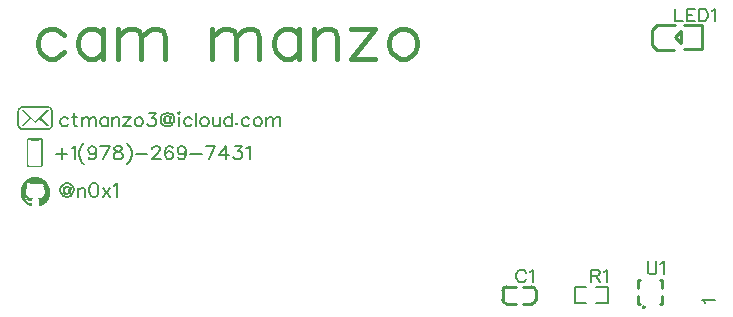
<source format=gto>
G04 Layer: TopSilkscreenLayer*
G04 EasyEDA v6.5.44, 2024-07-31 12:08:04*
G04 6954650e1ca441158a02f330892e30e1,656c5020d22243dfa845eb86cb698064,10*
G04 Gerber Generator version 0.2*
G04 Scale: 100 percent, Rotated: No, Reflected: No *
G04 Dimensions in millimeters *
G04 leading zeros omitted , absolute positions ,4 integer and 5 decimal *
%FSLAX45Y45*%
%MOMM*%

%ADD10C,0.4000*%
%ADD11C,0.1500*%
%ADD12C,0.1524*%
%ADD13C,0.2540*%

%LPD*%
G36*
X323596Y-1498447D02*
G01*
X313131Y-1498854D01*
X307492Y-1499311D01*
X299669Y-1500479D01*
X287121Y-1503324D01*
X275132Y-1507642D01*
X268173Y-1510792D01*
X259994Y-1515211D01*
X252425Y-1520037D01*
X246430Y-1524406D01*
X238709Y-1530858D01*
X233578Y-1535887D01*
X227888Y-1542084D01*
X222605Y-1548638D01*
X218846Y-1554022D01*
X213410Y-1562862D01*
X210362Y-1568602D01*
X207721Y-1574342D01*
X205181Y-1580489D01*
X200914Y-1594104D01*
X199694Y-1599641D01*
X198424Y-1607261D01*
X197205Y-1618386D01*
X196951Y-1618488D01*
X196951Y-1633474D01*
X197205Y-1633524D01*
X198323Y-1645818D01*
X199898Y-1654251D01*
X201371Y-1660702D01*
X203352Y-1667560D01*
X206705Y-1676603D01*
X210159Y-1684121D01*
X214782Y-1692605D01*
X220370Y-1701292D01*
X225602Y-1708150D01*
X231902Y-1715516D01*
X240995Y-1724406D01*
X246786Y-1729130D01*
X252628Y-1733346D01*
X263652Y-1740103D01*
X275132Y-1745437D01*
X283006Y-1748282D01*
X285496Y-1748485D01*
X287578Y-1747926D01*
X289052Y-1746910D01*
X289915Y-1745843D01*
X290576Y-1744573D01*
X291084Y-1742186D01*
X290779Y-1718411D01*
X290474Y-1718208D01*
X287223Y-1718818D01*
X282346Y-1719376D01*
X276352Y-1719376D01*
X270967Y-1718919D01*
X263550Y-1717446D01*
X260959Y-1716430D01*
X258267Y-1714957D01*
X255625Y-1713026D01*
X253441Y-1711096D01*
X250698Y-1707286D01*
X245617Y-1696364D01*
X241808Y-1690522D01*
X238252Y-1686560D01*
X236423Y-1685137D01*
X234594Y-1684121D01*
X233324Y-1683105D01*
X231140Y-1680870D01*
X230174Y-1679193D01*
X230174Y-1678025D01*
X231140Y-1677162D01*
X232765Y-1676603D01*
X236067Y-1676501D01*
X240131Y-1677416D01*
X241909Y-1678025D01*
X246583Y-1680667D01*
X249275Y-1682750D01*
X252933Y-1686712D01*
X257403Y-1693570D01*
X259181Y-1695856D01*
X261874Y-1698498D01*
X263855Y-1700072D01*
X268020Y-1702257D01*
X272084Y-1703578D01*
X279349Y-1703527D01*
X283616Y-1702917D01*
X288391Y-1701546D01*
X291134Y-1700326D01*
X292201Y-1695450D01*
X293725Y-1690827D01*
X295554Y-1687525D01*
X298907Y-1683410D01*
X298754Y-1683004D01*
X291388Y-1682038D01*
X285191Y-1680768D01*
X279501Y-1679143D01*
X275082Y-1677517D01*
X267919Y-1674012D01*
X264261Y-1671777D01*
X260756Y-1669186D01*
X255727Y-1664462D01*
X251866Y-1659331D01*
X248310Y-1652320D01*
X246176Y-1646682D01*
X244246Y-1639773D01*
X242824Y-1631188D01*
X242214Y-1619808D01*
X242468Y-1613763D01*
X242722Y-1612900D01*
X242874Y-1610766D01*
X244805Y-1602892D01*
X245313Y-1601876D01*
X245313Y-1601470D01*
X247599Y-1596288D01*
X249783Y-1592478D01*
X251866Y-1589481D01*
X254914Y-1585722D01*
X254558Y-1583842D01*
X253644Y-1581099D01*
X252628Y-1575663D01*
X252374Y-1568958D01*
X252628Y-1565097D01*
X254558Y-1556054D01*
X256082Y-1551686D01*
X256692Y-1551432D01*
X258978Y-1551127D01*
X262686Y-1551432D01*
X266496Y-1552397D01*
X274675Y-1555699D01*
X281838Y-1559153D01*
X290017Y-1564335D01*
X290931Y-1564640D01*
X300431Y-1562404D01*
X306527Y-1561388D01*
X315569Y-1560474D01*
X328371Y-1560474D01*
X339801Y-1561795D01*
X348030Y-1563420D01*
X352602Y-1564538D01*
X353415Y-1564487D01*
X358140Y-1561490D01*
X366826Y-1556613D01*
X376986Y-1552397D01*
X382117Y-1551279D01*
X384098Y-1551076D01*
X387248Y-1551381D01*
X387858Y-1552143D01*
X387858Y-1552651D01*
X390398Y-1560779D01*
X391007Y-1564233D01*
X391566Y-1571599D01*
X391160Y-1577035D01*
X390296Y-1581099D01*
X388975Y-1584960D01*
X388975Y-1585722D01*
X392379Y-1589938D01*
X394462Y-1592986D01*
X396392Y-1596440D01*
X399084Y-1602892D01*
X400761Y-1609496D01*
X401523Y-1614881D01*
X401675Y-1620621D01*
X401421Y-1628292D01*
X400761Y-1633931D01*
X399846Y-1639265D01*
X397764Y-1646783D01*
X395681Y-1652320D01*
X392226Y-1659077D01*
X389737Y-1662582D01*
X385673Y-1666900D01*
X381050Y-1670710D01*
X377240Y-1673199D01*
X371195Y-1676400D01*
X365556Y-1678787D01*
X359054Y-1680616D01*
X353314Y-1681886D01*
X344982Y-1683105D01*
X344881Y-1683410D01*
X347522Y-1686458D01*
X349758Y-1690014D01*
X351231Y-1693621D01*
X352602Y-1699971D01*
X353009Y-1703832D01*
X353161Y-1743760D01*
X354228Y-1746046D01*
X356412Y-1747977D01*
X358597Y-1748485D01*
X360934Y-1748282D01*
X368757Y-1745437D01*
X373227Y-1743506D01*
X380238Y-1740103D01*
X385521Y-1737055D01*
X389890Y-1734261D01*
X397713Y-1728622D01*
X402894Y-1724456D01*
X410209Y-1717446D01*
X417017Y-1709826D01*
X422960Y-1702104D01*
X429412Y-1692097D01*
X433781Y-1684274D01*
X437184Y-1676603D01*
X440283Y-1668221D01*
X442315Y-1661515D01*
X444042Y-1654860D01*
X445262Y-1648155D01*
X446328Y-1639163D01*
X446684Y-1633270D01*
X446938Y-1633220D01*
X446938Y-1618488D01*
X446735Y-1618386D01*
X445516Y-1607261D01*
X444754Y-1602232D01*
X443433Y-1595983D01*
X441706Y-1589582D01*
X439420Y-1582470D01*
X437184Y-1576578D01*
X433476Y-1568450D01*
X430123Y-1562150D01*
X425043Y-1554022D01*
X421640Y-1549095D01*
X413004Y-1538681D01*
X407568Y-1533144D01*
X400050Y-1526438D01*
X395020Y-1522526D01*
X385775Y-1516329D01*
X381000Y-1513586D01*
X372821Y-1509420D01*
X364032Y-1505813D01*
X356819Y-1503324D01*
X346811Y-1500886D01*
X339293Y-1499666D01*
X333908Y-1499057D01*
G37*
G36*
X217830Y-901547D02*
G01*
X211582Y-902106D01*
X204470Y-903478D01*
X195986Y-906678D01*
X188163Y-911402D01*
X185877Y-913282D01*
X181457Y-917498D01*
X178917Y-920445D01*
X176326Y-924356D01*
X174244Y-928420D01*
X172872Y-931671D01*
X170789Y-940104D01*
X170789Y-1061618D01*
X184962Y-1061618D01*
X184962Y-941476D01*
X185877Y-937056D01*
X187248Y-933297D01*
X188874Y-929944D01*
X192379Y-925321D01*
X196799Y-921359D01*
X199898Y-919276D01*
X202996Y-917549D01*
X208686Y-915466D01*
X212039Y-914704D01*
X216306Y-914247D01*
X426262Y-914196D01*
X432917Y-915466D01*
X438607Y-917549D01*
X443585Y-920546D01*
X446836Y-923036D01*
X449224Y-925271D01*
X452678Y-929944D01*
X455066Y-935075D01*
X455980Y-938174D01*
X456590Y-941476D01*
X456590Y-1061618D01*
X455523Y-1066444D01*
X452678Y-1073099D01*
X449224Y-1077772D01*
X446836Y-1080008D01*
X441299Y-1084021D01*
X438607Y-1085494D01*
X431241Y-1087983D01*
X425907Y-1088847D01*
X215646Y-1088847D01*
X212039Y-1088339D01*
X208686Y-1087577D01*
X202996Y-1085494D01*
X199898Y-1083767D01*
X196799Y-1081684D01*
X192379Y-1077772D01*
X188874Y-1073099D01*
X186740Y-1068425D01*
X185877Y-1065987D01*
X184962Y-1061618D01*
X170789Y-1061618D01*
X170789Y-1062939D01*
X172872Y-1071372D01*
X174244Y-1074623D01*
X176326Y-1078738D01*
X178917Y-1082649D01*
X182829Y-1086916D01*
X188163Y-1091692D01*
X195986Y-1096416D01*
X204470Y-1099566D01*
X209143Y-1100632D01*
X213969Y-1101242D01*
X218643Y-1101547D01*
X422909Y-1101547D01*
X427583Y-1101242D01*
X432460Y-1100632D01*
X437083Y-1099566D01*
X445516Y-1096467D01*
X451612Y-1092860D01*
X454659Y-1090676D01*
X458724Y-1086916D01*
X462635Y-1082649D01*
X465226Y-1078738D01*
X467359Y-1074623D01*
X468731Y-1071372D01*
X470814Y-1062939D01*
X470814Y-940104D01*
X468731Y-931671D01*
X467359Y-928420D01*
X465226Y-924356D01*
X462635Y-920445D01*
X459790Y-917143D01*
X456133Y-913587D01*
X453237Y-911199D01*
X445516Y-906627D01*
X437083Y-903478D01*
X432460Y-902462D01*
X427583Y-901852D01*
X422909Y-901547D01*
G37*
G36*
X212496Y-934008D02*
G01*
X210261Y-934618D01*
X208127Y-935786D01*
X207060Y-936701D01*
X206044Y-938072D01*
X205384Y-940409D01*
X205689Y-942390D01*
X206654Y-943965D01*
X275132Y-1003553D01*
X275437Y-1004062D01*
X275234Y-1004569D01*
X208584Y-1060653D01*
X206705Y-1062939D01*
X206400Y-1065174D01*
X206959Y-1067257D01*
X207517Y-1068273D01*
X208534Y-1069492D01*
X211074Y-1070914D01*
X213410Y-1071626D01*
X216052Y-1071321D01*
X219202Y-1069594D01*
X285953Y-1013358D01*
X286664Y-1013358D01*
X315722Y-1038606D01*
X318109Y-1040028D01*
X320040Y-1040384D01*
X322732Y-1040231D01*
X323951Y-1039774D01*
X325882Y-1038606D01*
X354939Y-1013409D01*
X355854Y-1013104D01*
X373583Y-1027785D01*
X423062Y-1069594D01*
X426161Y-1071321D01*
X428650Y-1071575D01*
X430326Y-1071168D01*
X432104Y-1070457D01*
X433781Y-1069289D01*
X435356Y-1067257D01*
X435813Y-1065225D01*
X435406Y-1063040D01*
X433730Y-1060704D01*
X366776Y-1004417D01*
X366471Y-1003757D01*
X366776Y-1003249D01*
X434949Y-943965D01*
X436067Y-941984D01*
X436067Y-939698D01*
X435406Y-937818D01*
X433527Y-935786D01*
X431292Y-934567D01*
X429006Y-934008D01*
X426770Y-934212D01*
X425602Y-934669D01*
X422960Y-936498D01*
X321310Y-1024483D01*
X320294Y-1024483D01*
X218592Y-936447D01*
X215798Y-934567D01*
X214325Y-934161D01*
G37*
G36*
X364185Y-1170381D02*
G01*
X270154Y-1170432D01*
X266598Y-1170838D01*
X262585Y-1172057D01*
X259079Y-1174140D01*
X255930Y-1176782D01*
X253644Y-1179423D01*
X251206Y-1183640D01*
X250240Y-1187246D01*
X249783Y-1191463D01*
X249818Y-1399692D01*
X263702Y-1399692D01*
X263702Y-1191158D01*
X264718Y-1187551D01*
X266852Y-1185468D01*
X268376Y-1184706D01*
X270154Y-1184300D01*
X281127Y-1184300D01*
X281482Y-1184656D01*
X282600Y-1189228D01*
X284124Y-1192022D01*
X286004Y-1194308D01*
X288239Y-1196136D01*
X291947Y-1197254D01*
X342900Y-1197254D01*
X346608Y-1196136D01*
X348843Y-1194308D01*
X350723Y-1192022D01*
X352247Y-1189228D01*
X353415Y-1184656D01*
X353720Y-1184300D01*
X364591Y-1184300D01*
X366522Y-1184706D01*
X367944Y-1185418D01*
X369874Y-1187196D01*
X370636Y-1188770D01*
X371297Y-1191310D01*
X371297Y-1399438D01*
X370738Y-1401876D01*
X369925Y-1403451D01*
X368300Y-1405178D01*
X366522Y-1406093D01*
X364591Y-1406499D01*
X270306Y-1406499D01*
X268325Y-1406093D01*
X266598Y-1405178D01*
X264922Y-1403451D01*
X264109Y-1401826D01*
X263702Y-1399692D01*
X249818Y-1399692D01*
X250240Y-1403502D01*
X251206Y-1407109D01*
X253644Y-1411427D01*
X255828Y-1414018D01*
X259232Y-1416862D01*
X262585Y-1418742D01*
X266547Y-1419961D01*
X270662Y-1420418D01*
X364185Y-1420418D01*
X368300Y-1419961D01*
X372262Y-1418742D01*
X375666Y-1416862D01*
X379069Y-1414018D01*
X381457Y-1411173D01*
X383540Y-1407464D01*
X384657Y-1403502D01*
X385216Y-1399387D01*
X385216Y-1191412D01*
X384657Y-1187145D01*
X383540Y-1183386D01*
X381660Y-1179830D01*
X379018Y-1176832D01*
X375818Y-1174140D01*
X372313Y-1172057D01*
X368300Y-1170838D01*
G37*
D10*
X561086Y-298957D02*
G01*
X524763Y-262636D01*
X488442Y-244347D01*
X433831Y-244347D01*
X397510Y-262636D01*
X361187Y-298957D01*
X342900Y-353313D01*
X342900Y-389889D01*
X361187Y-444245D01*
X397510Y-480821D01*
X433831Y-498855D01*
X488442Y-498855D01*
X524763Y-480821D01*
X561086Y-444245D01*
X899160Y-244347D02*
G01*
X899160Y-498855D01*
X899160Y-298957D02*
G01*
X862837Y-262636D01*
X826515Y-244347D01*
X771905Y-244347D01*
X735584Y-262636D01*
X699262Y-298957D01*
X680973Y-353313D01*
X680973Y-389889D01*
X699262Y-444245D01*
X735584Y-480821D01*
X771905Y-498855D01*
X826515Y-498855D01*
X862837Y-480821D01*
X899160Y-444245D01*
X1019302Y-244347D02*
G01*
X1019302Y-498855D01*
X1019302Y-316992D02*
G01*
X1073912Y-262636D01*
X1110234Y-244347D01*
X1164589Y-244347D01*
X1201165Y-262636D01*
X1219200Y-316992D01*
X1219200Y-498855D01*
X1219200Y-316992D02*
G01*
X1273810Y-262636D01*
X1310131Y-244347D01*
X1364742Y-244347D01*
X1401063Y-262636D01*
X1419352Y-316992D01*
X1419352Y-498855D01*
X1819147Y-244347D02*
G01*
X1819147Y-498855D01*
X1819147Y-316992D02*
G01*
X1873757Y-262636D01*
X1910079Y-244347D01*
X1964690Y-244347D01*
X2001011Y-262636D01*
X2019300Y-316992D01*
X2019300Y-498855D01*
X2019300Y-316992D02*
G01*
X2073909Y-262636D01*
X2110231Y-244347D01*
X2164588Y-244347D01*
X2201163Y-262636D01*
X2219197Y-316992D01*
X2219197Y-498855D01*
X2557525Y-244347D02*
G01*
X2557525Y-498855D01*
X2557525Y-298957D02*
G01*
X2521204Y-262636D01*
X2484627Y-244347D01*
X2430272Y-244347D01*
X2393695Y-262636D01*
X2357374Y-298957D01*
X2339340Y-353313D01*
X2339340Y-389889D01*
X2357374Y-444245D01*
X2393695Y-480821D01*
X2430272Y-498855D01*
X2484627Y-498855D01*
X2521204Y-480821D01*
X2557525Y-444245D01*
X2677413Y-244347D02*
G01*
X2677413Y-498855D01*
X2677413Y-316992D02*
G01*
X2732024Y-262636D01*
X2768345Y-244347D01*
X2822956Y-244347D01*
X2859277Y-262636D01*
X2877565Y-316992D01*
X2877565Y-498855D01*
X3197352Y-244347D02*
G01*
X2997454Y-498855D01*
X2997454Y-244347D02*
G01*
X3197352Y-244347D01*
X2997454Y-498855D02*
G01*
X3197352Y-498855D01*
X3408425Y-244347D02*
G01*
X3372104Y-262636D01*
X3335527Y-298957D01*
X3317493Y-353313D01*
X3317493Y-389889D01*
X3335527Y-444245D01*
X3372104Y-480821D01*
X3408425Y-498855D01*
X3462781Y-498855D01*
X3499358Y-480821D01*
X3535679Y-444245D01*
X3553713Y-389889D01*
X3553713Y-353313D01*
X3535679Y-298957D01*
X3499358Y-262636D01*
X3462781Y-244347D01*
X3408425Y-244347D01*
D11*
X598931Y-1012952D02*
G01*
X588010Y-1002029D01*
X577087Y-996695D01*
X560578Y-996695D01*
X549655Y-1002029D01*
X538734Y-1012952D01*
X533400Y-1029207D01*
X533400Y-1040129D01*
X538734Y-1056639D01*
X549655Y-1067562D01*
X560578Y-1072895D01*
X577087Y-1072895D01*
X588010Y-1067562D01*
X598931Y-1056639D01*
X651255Y-958342D02*
G01*
X651255Y-1051052D01*
X656589Y-1067562D01*
X667512Y-1072895D01*
X678434Y-1072895D01*
X634745Y-996695D02*
G01*
X673100Y-996695D01*
X714502Y-996695D02*
G01*
X714502Y-1072895D01*
X714502Y-1018286D02*
G01*
X730757Y-1002029D01*
X741679Y-996695D01*
X758189Y-996695D01*
X769112Y-1002029D01*
X774445Y-1018286D01*
X774445Y-1072895D01*
X774445Y-1018286D02*
G01*
X790955Y-1002029D01*
X801878Y-996695D01*
X818134Y-996695D01*
X829055Y-1002029D01*
X834389Y-1018286D01*
X834389Y-1072895D01*
X935989Y-996695D02*
G01*
X935989Y-1072895D01*
X935989Y-1012952D02*
G01*
X925068Y-1002029D01*
X914145Y-996695D01*
X897636Y-996695D01*
X886968Y-1002029D01*
X876045Y-1012952D01*
X870457Y-1029207D01*
X870457Y-1040129D01*
X876045Y-1056639D01*
X886968Y-1067562D01*
X897636Y-1072895D01*
X914145Y-1072895D01*
X925068Y-1067562D01*
X935989Y-1056639D01*
X972057Y-996695D02*
G01*
X972057Y-1072895D01*
X972057Y-1018286D02*
G01*
X988313Y-1002029D01*
X999236Y-996695D01*
X1015492Y-996695D01*
X1026413Y-1002029D01*
X1032002Y-1018286D01*
X1032002Y-1072895D01*
X1128013Y-996695D02*
G01*
X1068070Y-1072895D01*
X1068070Y-996695D02*
G01*
X1128013Y-996695D01*
X1068070Y-1072895D02*
G01*
X1128013Y-1072895D01*
X1191260Y-996695D02*
G01*
X1180337Y-1002029D01*
X1169415Y-1012952D01*
X1163828Y-1029207D01*
X1163828Y-1040129D01*
X1169415Y-1056639D01*
X1180337Y-1067562D01*
X1191260Y-1072895D01*
X1207515Y-1072895D01*
X1218437Y-1067562D01*
X1229360Y-1056639D01*
X1234947Y-1040129D01*
X1234947Y-1029207D01*
X1229360Y-1012952D01*
X1218437Y-1002029D01*
X1207515Y-996695D01*
X1191260Y-996695D01*
X1281684Y-958342D02*
G01*
X1341881Y-958342D01*
X1309115Y-1002029D01*
X1325371Y-1002029D01*
X1336294Y-1007618D01*
X1341881Y-1012952D01*
X1347215Y-1029207D01*
X1347215Y-1040129D01*
X1341881Y-1056639D01*
X1330960Y-1067562D01*
X1314450Y-1072895D01*
X1298194Y-1072895D01*
X1281684Y-1067562D01*
X1276350Y-1061973D01*
X1270762Y-1051052D01*
X1465071Y-1002029D02*
G01*
X1459484Y-991107D01*
X1448562Y-985773D01*
X1432305Y-985773D01*
X1421384Y-991107D01*
X1416050Y-996695D01*
X1410462Y-1012952D01*
X1410462Y-1029207D01*
X1416050Y-1040129D01*
X1426971Y-1045718D01*
X1443228Y-1045718D01*
X1454150Y-1040129D01*
X1459484Y-1029207D01*
X1432305Y-985773D02*
G01*
X1421384Y-996695D01*
X1416050Y-1012952D01*
X1416050Y-1029207D01*
X1421384Y-1040129D01*
X1426971Y-1045718D01*
X1465071Y-985773D02*
G01*
X1459484Y-1029207D01*
X1459484Y-1040129D01*
X1470405Y-1045718D01*
X1481328Y-1045718D01*
X1492250Y-1034795D01*
X1497837Y-1018286D01*
X1497837Y-1007618D01*
X1492250Y-991107D01*
X1486915Y-980186D01*
X1475994Y-969263D01*
X1465071Y-963929D01*
X1448562Y-958342D01*
X1432305Y-958342D01*
X1416050Y-963929D01*
X1405128Y-969263D01*
X1394205Y-980186D01*
X1388618Y-991107D01*
X1383284Y-1007618D01*
X1383284Y-1023873D01*
X1388618Y-1040129D01*
X1394205Y-1051052D01*
X1405128Y-1061973D01*
X1416050Y-1067562D01*
X1432305Y-1072895D01*
X1448562Y-1072895D01*
X1465071Y-1067562D01*
X1475994Y-1061973D01*
X1481328Y-1056639D01*
X1470405Y-985773D02*
G01*
X1465071Y-1029207D01*
X1465071Y-1040129D01*
X1470405Y-1045718D01*
X1533652Y-958342D02*
G01*
X1539239Y-963929D01*
X1544573Y-958342D01*
X1539239Y-953007D01*
X1533652Y-958342D01*
X1539239Y-996695D02*
G01*
X1539239Y-1072895D01*
X1646173Y-1012952D02*
G01*
X1635252Y-1002029D01*
X1624329Y-996695D01*
X1607820Y-996695D01*
X1597152Y-1002029D01*
X1586229Y-1012952D01*
X1580642Y-1029207D01*
X1580642Y-1040129D01*
X1586229Y-1056639D01*
X1597152Y-1067562D01*
X1607820Y-1072895D01*
X1624329Y-1072895D01*
X1635252Y-1067562D01*
X1646173Y-1056639D01*
X1682242Y-958342D02*
G01*
X1682242Y-1072895D01*
X1745487Y-996695D02*
G01*
X1734565Y-1002029D01*
X1723644Y-1012952D01*
X1718055Y-1029207D01*
X1718055Y-1040129D01*
X1723644Y-1056639D01*
X1734565Y-1067562D01*
X1745487Y-1072895D01*
X1761744Y-1072895D01*
X1772665Y-1067562D01*
X1783587Y-1056639D01*
X1788921Y-1040129D01*
X1788921Y-1029207D01*
X1783587Y-1012952D01*
X1772665Y-1002029D01*
X1761744Y-996695D01*
X1745487Y-996695D01*
X1824989Y-996695D02*
G01*
X1824989Y-1051052D01*
X1830578Y-1067562D01*
X1841500Y-1072895D01*
X1857755Y-1072895D01*
X1868678Y-1067562D01*
X1884934Y-1051052D01*
X1884934Y-996695D02*
G01*
X1884934Y-1072895D01*
X1986534Y-958342D02*
G01*
X1986534Y-1072895D01*
X1986534Y-1012952D02*
G01*
X1975611Y-1002029D01*
X1964690Y-996695D01*
X1948179Y-996695D01*
X1937511Y-1002029D01*
X1926589Y-1012952D01*
X1921002Y-1029207D01*
X1921002Y-1040129D01*
X1926589Y-1056639D01*
X1937511Y-1067562D01*
X1948179Y-1072895D01*
X1964690Y-1072895D01*
X1975611Y-1067562D01*
X1986534Y-1056639D01*
X2027936Y-1045718D02*
G01*
X2022602Y-1051052D01*
X2027936Y-1056639D01*
X2033524Y-1051052D01*
X2027936Y-1045718D01*
X2134870Y-1012952D02*
G01*
X2123947Y-1002029D01*
X2113025Y-996695D01*
X2096770Y-996695D01*
X2085847Y-1002029D01*
X2074925Y-1012952D01*
X2069338Y-1029207D01*
X2069338Y-1040129D01*
X2074925Y-1056639D01*
X2085847Y-1067562D01*
X2096770Y-1072895D01*
X2113025Y-1072895D01*
X2123947Y-1067562D01*
X2134870Y-1056639D01*
X2198115Y-996695D02*
G01*
X2187193Y-1002029D01*
X2176272Y-1012952D01*
X2170938Y-1029207D01*
X2170938Y-1040129D01*
X2176272Y-1056639D01*
X2187193Y-1067562D01*
X2198115Y-1072895D01*
X2214372Y-1072895D01*
X2225293Y-1067562D01*
X2236215Y-1056639D01*
X2241804Y-1040129D01*
X2241804Y-1029207D01*
X2236215Y-1012952D01*
X2225293Y-1002029D01*
X2214372Y-996695D01*
X2198115Y-996695D01*
X2277872Y-996695D02*
G01*
X2277872Y-1072895D01*
X2277872Y-1018286D02*
G01*
X2294127Y-1002029D01*
X2305050Y-996695D01*
X2321306Y-996695D01*
X2332227Y-1002029D01*
X2337815Y-1018286D01*
X2337815Y-1072895D01*
X2337815Y-1018286D02*
G01*
X2354072Y-1002029D01*
X2364993Y-996695D01*
X2381504Y-996695D01*
X2392425Y-1002029D01*
X2397759Y-1018286D01*
X2397759Y-1072895D01*
X615187Y-1598929D02*
G01*
X609854Y-1588007D01*
X598931Y-1582673D01*
X582421Y-1582673D01*
X571500Y-1588007D01*
X566165Y-1593595D01*
X560578Y-1609852D01*
X560578Y-1626107D01*
X566165Y-1637029D01*
X577087Y-1642618D01*
X593344Y-1642618D01*
X604265Y-1637029D01*
X609854Y-1626107D01*
X582421Y-1582673D02*
G01*
X571500Y-1593595D01*
X566165Y-1609852D01*
X566165Y-1626107D01*
X571500Y-1637029D01*
X577087Y-1642618D01*
X615187Y-1582673D02*
G01*
X609854Y-1626107D01*
X609854Y-1637029D01*
X620776Y-1642618D01*
X631697Y-1642618D01*
X642365Y-1631695D01*
X647954Y-1615186D01*
X647954Y-1604518D01*
X642365Y-1588007D01*
X637031Y-1577086D01*
X626110Y-1566163D01*
X615187Y-1560829D01*
X598931Y-1555242D01*
X582421Y-1555242D01*
X566165Y-1560829D01*
X555244Y-1566163D01*
X544321Y-1577086D01*
X538734Y-1588007D01*
X533400Y-1604518D01*
X533400Y-1620773D01*
X538734Y-1637029D01*
X544321Y-1647952D01*
X555244Y-1658873D01*
X566165Y-1664462D01*
X582421Y-1669795D01*
X598931Y-1669795D01*
X615187Y-1664462D01*
X626110Y-1658873D01*
X631697Y-1653539D01*
X620776Y-1582673D02*
G01*
X615187Y-1626107D01*
X615187Y-1637029D01*
X620776Y-1642618D01*
X684021Y-1593595D02*
G01*
X684021Y-1669795D01*
X684021Y-1615186D02*
G01*
X700278Y-1598929D01*
X711200Y-1593595D01*
X727455Y-1593595D01*
X738378Y-1598929D01*
X743965Y-1615186D01*
X743965Y-1669795D01*
X812545Y-1555242D02*
G01*
X796289Y-1560829D01*
X785368Y-1577086D01*
X780034Y-1604518D01*
X780034Y-1620773D01*
X785368Y-1647952D01*
X796289Y-1664462D01*
X812545Y-1669795D01*
X823468Y-1669795D01*
X839978Y-1664462D01*
X850900Y-1647952D01*
X856234Y-1620773D01*
X856234Y-1604518D01*
X850900Y-1577086D01*
X839978Y-1560829D01*
X823468Y-1555242D01*
X812545Y-1555242D01*
X892302Y-1593595D02*
G01*
X952245Y-1669795D01*
X952245Y-1593595D02*
G01*
X892302Y-1669795D01*
X988313Y-1577086D02*
G01*
X999236Y-1571752D01*
X1015492Y-1555242D01*
X1015492Y-1669795D01*
X544321Y-1254252D02*
G01*
X544321Y-1352295D01*
X495300Y-1303273D02*
G01*
X593597Y-1303273D01*
X629412Y-1259586D02*
G01*
X640334Y-1254252D01*
X656844Y-1237742D01*
X656844Y-1352295D01*
X731012Y-1215897D02*
G01*
X720089Y-1226820D01*
X709168Y-1243329D01*
X698245Y-1265173D01*
X692657Y-1292352D01*
X692657Y-1314195D01*
X698245Y-1341373D01*
X709168Y-1363218D01*
X720089Y-1379728D01*
X731012Y-1390650D01*
X837945Y-1276095D02*
G01*
X832357Y-1292352D01*
X821436Y-1303273D01*
X805179Y-1308607D01*
X799592Y-1308607D01*
X783336Y-1303273D01*
X772413Y-1292352D01*
X766826Y-1276095D01*
X766826Y-1270507D01*
X772413Y-1254252D01*
X783336Y-1243329D01*
X799592Y-1237742D01*
X805179Y-1237742D01*
X821436Y-1243329D01*
X832357Y-1254252D01*
X837945Y-1276095D01*
X837945Y-1303273D01*
X832357Y-1330452D01*
X821436Y-1346962D01*
X805179Y-1352295D01*
X794257Y-1352295D01*
X777747Y-1346962D01*
X772413Y-1336039D01*
X950213Y-1237742D02*
G01*
X895604Y-1352295D01*
X873760Y-1237742D02*
G01*
X950213Y-1237742D01*
X1013460Y-1237742D02*
G01*
X997204Y-1243329D01*
X991615Y-1254252D01*
X991615Y-1265173D01*
X997204Y-1276095D01*
X1008126Y-1281429D01*
X1029970Y-1287018D01*
X1046226Y-1292352D01*
X1057147Y-1303273D01*
X1062481Y-1314195D01*
X1062481Y-1330452D01*
X1057147Y-1341373D01*
X1051560Y-1346962D01*
X1035304Y-1352295D01*
X1013460Y-1352295D01*
X997204Y-1346962D01*
X991615Y-1341373D01*
X986281Y-1330452D01*
X986281Y-1314195D01*
X991615Y-1303273D01*
X1002537Y-1292352D01*
X1019047Y-1287018D01*
X1040637Y-1281429D01*
X1051560Y-1276095D01*
X1057147Y-1265173D01*
X1057147Y-1254252D01*
X1051560Y-1243329D01*
X1035304Y-1237742D01*
X1013460Y-1237742D01*
X1098550Y-1215897D02*
G01*
X1109471Y-1226820D01*
X1120394Y-1243329D01*
X1131315Y-1265173D01*
X1136650Y-1292352D01*
X1136650Y-1314195D01*
X1131315Y-1341373D01*
X1120394Y-1363218D01*
X1109471Y-1379728D01*
X1098550Y-1390650D01*
X1172718Y-1303273D02*
G01*
X1271015Y-1303273D01*
X1312418Y-1265173D02*
G01*
X1312418Y-1259586D01*
X1317752Y-1248663D01*
X1323339Y-1243329D01*
X1334262Y-1237742D01*
X1356105Y-1237742D01*
X1367028Y-1243329D01*
X1372362Y-1248663D01*
X1377950Y-1259586D01*
X1377950Y-1270507D01*
X1372362Y-1281429D01*
X1361439Y-1297686D01*
X1306829Y-1352295D01*
X1383284Y-1352295D01*
X1484629Y-1254252D02*
G01*
X1479295Y-1243329D01*
X1463039Y-1237742D01*
X1452118Y-1237742D01*
X1435607Y-1243329D01*
X1424686Y-1259586D01*
X1419352Y-1287018D01*
X1419352Y-1314195D01*
X1424686Y-1336039D01*
X1435607Y-1346962D01*
X1452118Y-1352295D01*
X1457452Y-1352295D01*
X1473962Y-1346962D01*
X1484629Y-1336039D01*
X1490218Y-1319529D01*
X1490218Y-1314195D01*
X1484629Y-1297686D01*
X1473962Y-1287018D01*
X1457452Y-1281429D01*
X1452118Y-1281429D01*
X1435607Y-1287018D01*
X1424686Y-1297686D01*
X1419352Y-1314195D01*
X1597152Y-1276095D02*
G01*
X1591563Y-1292352D01*
X1580642Y-1303273D01*
X1564386Y-1308607D01*
X1559052Y-1308607D01*
X1542542Y-1303273D01*
X1531620Y-1292352D01*
X1526286Y-1276095D01*
X1526286Y-1270507D01*
X1531620Y-1254252D01*
X1542542Y-1243329D01*
X1559052Y-1237742D01*
X1564386Y-1237742D01*
X1580642Y-1243329D01*
X1591563Y-1254252D01*
X1597152Y-1276095D01*
X1597152Y-1303273D01*
X1591563Y-1330452D01*
X1580642Y-1346962D01*
X1564386Y-1352295D01*
X1553463Y-1352295D01*
X1537207Y-1346962D01*
X1531620Y-1336039D01*
X1633220Y-1303273D02*
G01*
X1731263Y-1303273D01*
X1843786Y-1237742D02*
G01*
X1789176Y-1352295D01*
X1767331Y-1237742D02*
G01*
X1843786Y-1237742D01*
X1934209Y-1237742D02*
G01*
X1879600Y-1314195D01*
X1961388Y-1314195D01*
X1934209Y-1237742D02*
G01*
X1934209Y-1352295D01*
X2008377Y-1237742D02*
G01*
X2068322Y-1237742D01*
X2035556Y-1281429D01*
X2052065Y-1281429D01*
X2062988Y-1287018D01*
X2068322Y-1292352D01*
X2073909Y-1308607D01*
X2073909Y-1319529D01*
X2068322Y-1336039D01*
X2057400Y-1346962D01*
X2041143Y-1352295D01*
X2024634Y-1352295D01*
X2008377Y-1346962D01*
X2003043Y-1341373D01*
X1997456Y-1330452D01*
X2109724Y-1259586D02*
G01*
X2120645Y-1254252D01*
X2137156Y-1237742D01*
X2137156Y-1352295D01*
D12*
X5988811Y-2565400D02*
G01*
X5983477Y-2554986D01*
X5967984Y-2539492D01*
X6076950Y-2539492D01*
X4472177Y-2310892D02*
G01*
X4466843Y-2300478D01*
X4456429Y-2290063D01*
X4446270Y-2284984D01*
X4425441Y-2284984D01*
X4415027Y-2290063D01*
X4404613Y-2300478D01*
X4399279Y-2310892D01*
X4394200Y-2326639D01*
X4394200Y-2352547D01*
X4399279Y-2368042D01*
X4404613Y-2378455D01*
X4415027Y-2388870D01*
X4425441Y-2393950D01*
X4446270Y-2393950D01*
X4456429Y-2388870D01*
X4466843Y-2378455D01*
X4472177Y-2368042D01*
X4506468Y-2305812D02*
G01*
X4516881Y-2300478D01*
X4532375Y-2284984D01*
X4532375Y-2393950D01*
X5742050Y-75311D02*
G01*
X5742050Y-184277D01*
X5742050Y-184277D02*
G01*
X5804281Y-184277D01*
X5838570Y-75311D02*
G01*
X5838570Y-184277D01*
X5838570Y-75311D02*
G01*
X5906134Y-75311D01*
X5838570Y-127127D02*
G01*
X5880227Y-127127D01*
X5838570Y-184277D02*
G01*
X5906134Y-184277D01*
X5940425Y-75311D02*
G01*
X5940425Y-184277D01*
X5940425Y-75311D02*
G01*
X5977000Y-75311D01*
X5992495Y-80390D01*
X6002909Y-90804D01*
X6007988Y-101219D01*
X6013322Y-116967D01*
X6013322Y-142875D01*
X6007988Y-158369D01*
X6002909Y-168782D01*
X5992495Y-179196D01*
X5977000Y-184277D01*
X5940425Y-184277D01*
X6047613Y-96138D02*
G01*
X6058027Y-90804D01*
X6073520Y-75311D01*
X6073520Y-184277D01*
X5029200Y-2284984D02*
G01*
X5029200Y-2393950D01*
X5029200Y-2284984D02*
G01*
X5075936Y-2284984D01*
X5091429Y-2290063D01*
X5096763Y-2295397D01*
X5101843Y-2305812D01*
X5101843Y-2316226D01*
X5096763Y-2326639D01*
X5091429Y-2331720D01*
X5075936Y-2336800D01*
X5029200Y-2336800D01*
X5065522Y-2336800D02*
G01*
X5101843Y-2393950D01*
X5136134Y-2305812D02*
G01*
X5146547Y-2300478D01*
X5162295Y-2284984D01*
X5162295Y-2393950D01*
X5507840Y-2216256D02*
G01*
X5507840Y-2294234D01*
X5512920Y-2309728D01*
X5523334Y-2320142D01*
X5539082Y-2325222D01*
X5549496Y-2325222D01*
X5564990Y-2320142D01*
X5575404Y-2309728D01*
X5580484Y-2294234D01*
X5580484Y-2216256D01*
X5614774Y-2237084D02*
G01*
X5625188Y-2231750D01*
X5640936Y-2216256D01*
X5640936Y-2325222D01*
D13*
X4558601Y-2461922D02*
G01*
X4558601Y-2541925D01*
X4447626Y-2430937D02*
G01*
X4527623Y-2430937D01*
X4447626Y-2572903D02*
G01*
X4527623Y-2572903D01*
X4390036Y-2430355D02*
G01*
X4310037Y-2430355D01*
X4279054Y-2461338D02*
G01*
X4279054Y-2541336D01*
X4390036Y-2572316D02*
G01*
X4310037Y-2572316D01*
X5785799Y-267500D02*
G01*
X5745800Y-307500D01*
X5735800Y-317500D01*
X5745800Y-327525D01*
X5785799Y-367525D01*
X5785799Y-267500D02*
G01*
X5785799Y-367525D01*
X5810122Y-419227D02*
G01*
X5965063Y-419227D01*
X5965063Y-216027D01*
X5810122Y-216027D01*
X5731383Y-421767D02*
G01*
X5584063Y-421767D01*
X5543422Y-381127D01*
X5543422Y-254127D01*
X5581522Y-216027D01*
X5733922Y-216027D01*
D12*
X5071821Y-2567960D02*
G01*
X5167708Y-2567960D01*
X5167708Y-2435839D01*
X5071821Y-2435839D01*
X4986578Y-2567960D02*
G01*
X4890691Y-2567960D01*
X4890691Y-2435839D01*
X4986578Y-2435839D01*
D13*
X5610313Y-2376497D02*
G01*
X5624502Y-2376497D01*
X5424500Y-2443990D02*
G01*
X5424500Y-2376497D01*
X5438696Y-2376497D01*
X5438696Y-2576497D02*
G01*
X5424500Y-2576497D01*
X5424500Y-2508991D01*
X5624502Y-2576497D02*
G01*
X5610313Y-2576497D01*
X5624502Y-2508991D02*
G01*
X5624502Y-2576497D01*
X5624502Y-2376497D02*
G01*
X5624502Y-2443990D01*
G75*
G01*
X4279049Y-2461339D02*
G02*
X4310032Y-2430356I30983J0D01*
G75*
G01*
X4310032Y-2572322D02*
G02*
X4279049Y-2541336I0J30983D01*
G75*
G01*
X4527619Y-2430937D02*
G02*
X4558601Y-2461923I0J-30983D01*
G75*
G01*
X4558601Y-2541920D02*
G02*
X4527619Y-2572903I-30982J0D01*
G75*
G01
X5480078Y-2603505D02*
G03X5480078Y-2603505I-6350J0D01*
M02*

</source>
